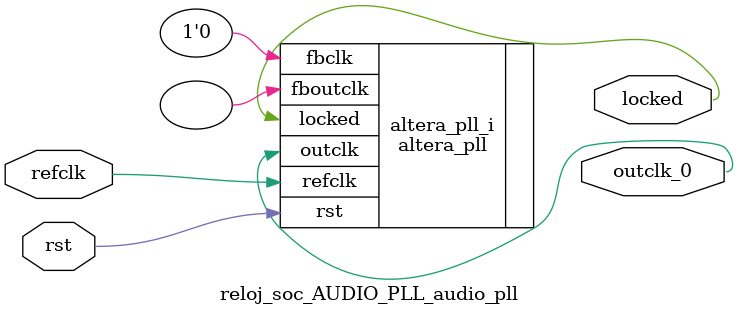
<source format=v>
`timescale 1ns/10ps
module  reloj_soc_AUDIO_PLL_audio_pll(

	// interface 'refclk'
	input wire refclk,

	// interface 'reset'
	input wire rst,

	// interface 'outclk0'
	output wire outclk_0,

	// interface 'locked'
	output wire locked
);

	altera_pll #(
		.fractional_vco_multiplier("false"),
		.reference_clock_frequency("50.0 MHz"),
		.operation_mode("direct"),
		.number_of_clocks(1),
		.output_clock_frequency0("12.288135 MHz"),
		.phase_shift0("0 ps"),
		.duty_cycle0(50),
		.output_clock_frequency1("0 MHz"),
		.phase_shift1("0 ps"),
		.duty_cycle1(50),
		.output_clock_frequency2("0 MHz"),
		.phase_shift2("0 ps"),
		.duty_cycle2(50),
		.output_clock_frequency3("0 MHz"),
		.phase_shift3("0 ps"),
		.duty_cycle3(50),
		.output_clock_frequency4("0 MHz"),
		.phase_shift4("0 ps"),
		.duty_cycle4(50),
		.output_clock_frequency5("0 MHz"),
		.phase_shift5("0 ps"),
		.duty_cycle5(50),
		.output_clock_frequency6("0 MHz"),
		.phase_shift6("0 ps"),
		.duty_cycle6(50),
		.output_clock_frequency7("0 MHz"),
		.phase_shift7("0 ps"),
		.duty_cycle7(50),
		.output_clock_frequency8("0 MHz"),
		.phase_shift8("0 ps"),
		.duty_cycle8(50),
		.output_clock_frequency9("0 MHz"),
		.phase_shift9("0 ps"),
		.duty_cycle9(50),
		.output_clock_frequency10("0 MHz"),
		.phase_shift10("0 ps"),
		.duty_cycle10(50),
		.output_clock_frequency11("0 MHz"),
		.phase_shift11("0 ps"),
		.duty_cycle11(50),
		.output_clock_frequency12("0 MHz"),
		.phase_shift12("0 ps"),
		.duty_cycle12(50),
		.output_clock_frequency13("0 MHz"),
		.phase_shift13("0 ps"),
		.duty_cycle13(50),
		.output_clock_frequency14("0 MHz"),
		.phase_shift14("0 ps"),
		.duty_cycle14(50),
		.output_clock_frequency15("0 MHz"),
		.phase_shift15("0 ps"),
		.duty_cycle15(50),
		.output_clock_frequency16("0 MHz"),
		.phase_shift16("0 ps"),
		.duty_cycle16(50),
		.output_clock_frequency17("0 MHz"),
		.phase_shift17("0 ps"),
		.duty_cycle17(50),
		.pll_type("General"),
		.pll_subtype("General")
	) altera_pll_i (
		.rst	(rst),
		.outclk	({outclk_0}),
		.locked	(locked),
		.fboutclk	( ),
		.fbclk	(1'b0),
		.refclk	(refclk)
	);
endmodule


</source>
